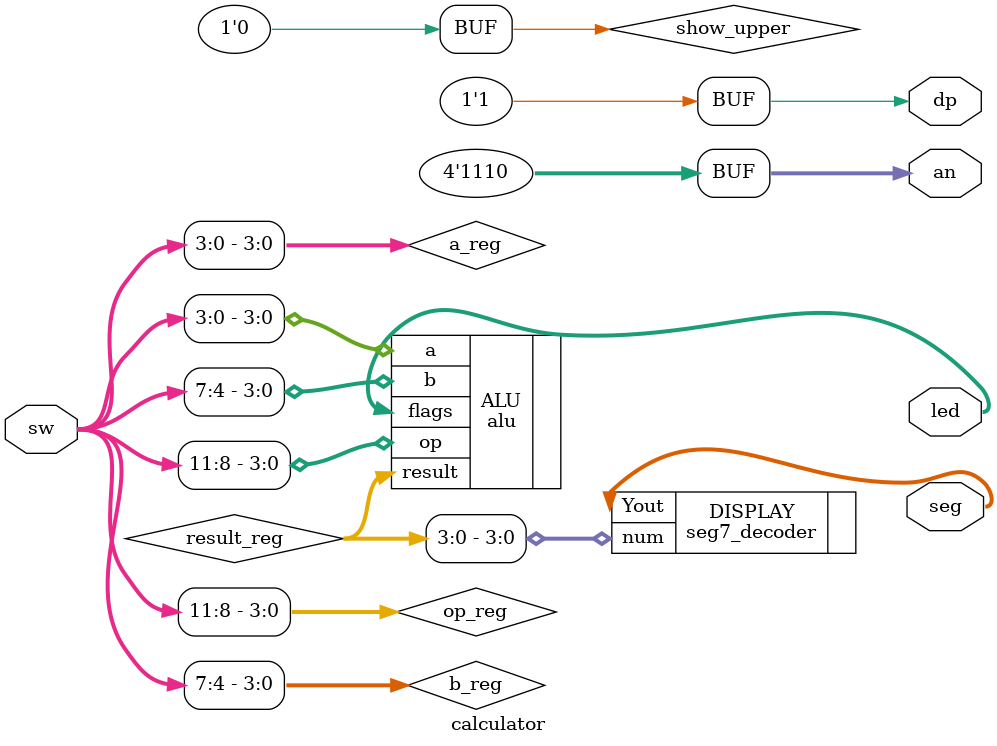
<source format=sv>
module calculator(
    input [11:0] sw,      // sw[3:0] = A, sw[7:4] = B, sw[11:8] = OP
    output [6:0] seg,
    output dp,
    output [3:0] an,
    output [3:0] led
);

    reg [3:0] a_reg, b_reg, op_reg;
    reg [7:0] result_reg;
    reg show_upper = 0;
    
    // Instancia de la ALU
    alu ALU(
        .a(a_reg),
        .b(b_reg),
        .op(op_reg),
        .result(result_reg),
        .flags(led)
    );
    
    // Instancia del decoder de display de 7 segmentos
    seg7_decoder DISPLAY(
        .num(show_upper ? result_reg[7:4] : result_reg[3:0]),
        .Yout(seg)
    );
    
    // Asignaciones constantes
    assign an = 4'b1110;  // Activar solo el primer display
    assign dp = 1'b1;     // Punto decimal apagado
    
    // Asignación combinacional, sin depender del clk
    always @(*) begin
        // Asignar directamente los valores de los interruptores a los registros
        a_reg = sw[3:0];      // Asignar A desde sw[3:0]
        b_reg = sw[7:4];      // Asignar B desde sw[7:4]
        op_reg = sw[11:8];    // Asignar OP desde sw[11:8]
    end
endmodule

</source>
